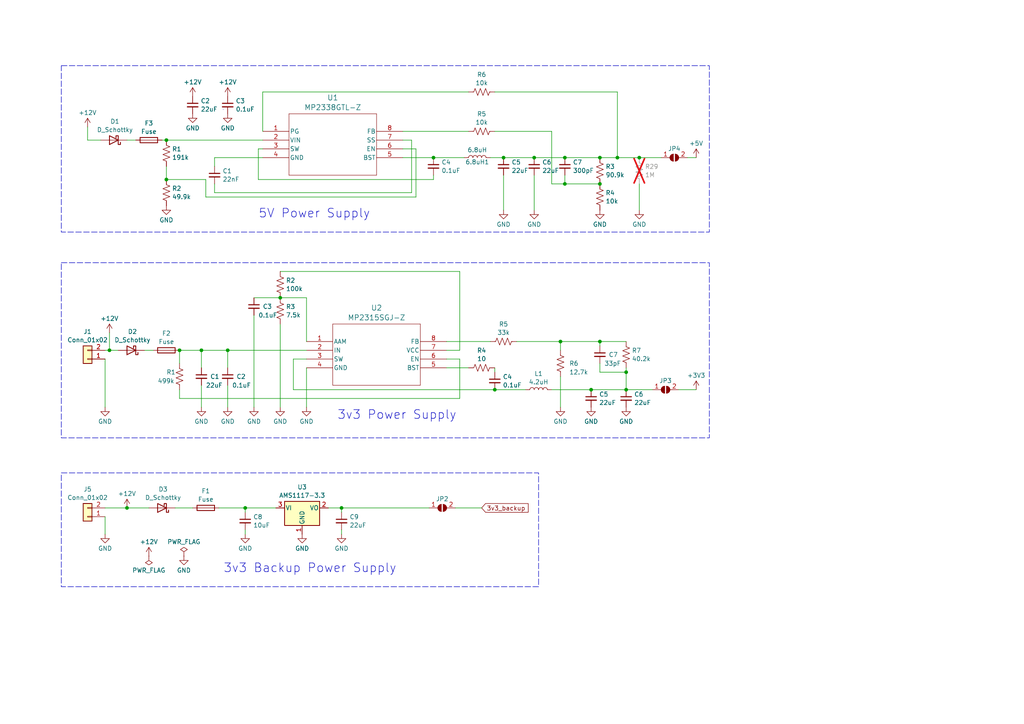
<source format=kicad_sch>
(kicad_sch (version 20230121) (generator eeschema)
  (paper "A4")
  (title_block (title "Brain Power Subcircuits") (date "2025-02-26") (rev "v1.0") (company "Designed By: Omkar Kulkarni"))
  (lib_symbols
    (symbol "Connector_Generic:Conn_01x02" (pin_names (offset 1.016) hide)
      (property "Reference" "J" (at 0 2.54 0))
      (property "Value" "Conn_01x02" (at 0 -5.08 0))
      (symbol "Conn_01x02_1_1"
        (rectangle (start -1.27 -2.413) (end 0 -2.667) (stroke (width 0.1524)))
        (rectangle (start -1.27 0.127) (end 0 -0.127) (stroke (width 0.1524)))
        (rectangle (start -1.27 1.27) (end 1.27 -3.81) (stroke (width 0.254)) (fill (type background)))
        (pin passive line (at -5.08 0 0) (length 3.81) (name "Pin_1") (number "1"))
        (pin passive line (at -5.08 -2.54 0) (length 3.81) (name "Pin_2") (number "2"))
      )
    )
    (symbol "Device:C_Small" (pin_numbers hide) (pin_names (offset 0.254) hide)
      (property "Reference" "C" (at 0.254 1.778 0))
      (property "Value" "C_Small" (at 0.254 -2.032 0))
      (symbol "C_Small_0_1"
        (polyline (pts (xy -1.524 -0.508) (xy 1.524 -0.508)) (stroke (width 0.3302)))
        (polyline (pts (xy -1.524 0.508) (xy 1.524 0.508)) (stroke (width 0.3048)))
      )
      (symbol "C_Small_1_1"
        (pin passive line (at 0 2.54 270) (length 2.032) (name "~") (number "1"))
        (pin passive line (at 0 -2.54 90) (length 2.032) (name "~") (number "2"))
      )
    )
    (symbol "Device:L" (pin_numbers hide) (pin_names (offset 1.016) hide)
      (property "Reference" "L" (at -1.27 0 90))
      (property "Value" "L" (at 1.905 0 90))
      (symbol "L_0_1"
        (arc (start 0 -2.54) (mid 0.6323 -1.905) (end 0 -1.27))
        (arc (start 0 -1.27) (mid 0.6323 -0.635) (end 0 0))
        (arc (start 0 0) (mid 0.6323 0.635) (end 0 1.27))
        (arc (start 0 1.27) (mid 0.6323 1.905) (end 0 2.54))
      )
      (symbol "L_1_1"
        (pin passive line (at 0 3.81 270) (length 1.27) (name "1") (number "1"))
        (pin passive line (at 0 -3.81 90) (length 1.27) (name "2") (number "2"))
      )
    )
    (symbol "Device:R_US" (pin_numbers hide) (pin_names (offset 0))
      (property "Reference" "R" (at 2.54 0 90))
      (property "Value" "R_US" (at -2.54 0 90))
      (symbol "R_US_0_1"
        (polyline (pts (xy 0 -2.286) (xy 0 -2.54)))
        (polyline (pts (xy 0 2.286) (xy 0 2.54)))
        (polyline (pts (xy 0 -0.762) (xy 1.016 -1.143) (xy 0 -1.524) (xy -1.016 -1.905) (xy 0 -2.286)))
        (polyline (pts (xy 0 0.762) (xy 1.016 0.381) (xy 0 0) (xy -1.016 -0.381) (xy 0 -0.762)))
        (polyline (pts (xy 0 2.286) (xy 1.016 1.905) (xy 0 1.524) (xy -1.016 1.143) (xy 0 0.762)))
      )
      (symbol "R_US_1_1"
        (pin passive line (at 0 3.81 270) (length 1.27) (name "~") (number "1"))
        (pin passive line (at 0 -3.81 90) (length 1.27) (name "~") (number "2"))
      )
    )
    (symbol "Jumper:SolderJumper_2_Open" (pin_names (offset 0) hide)
      (property "Reference" "JP" (at 0 2.032 0))
      (property "Value" "SolderJumper_2_Open" (at 0 -2.54 0))
      (symbol "SolderJumper_2_Open_0_1"
        (arc (start -0.254 1.016) (mid -1.2656 0) (end -0.254 -1.016))
        (arc (start -0.254 1.016) (mid -1.2656 0) (end -0.254 -1.016) (fill (type outline)))
        (polyline (pts (xy -0.254 1.016) (xy -0.254 -1.016)))
        (polyline (pts (xy 0.254 1.016) (xy 0.254 -1.016)))
        (arc (start 0.254 -1.016) (mid 1.2656 0) (end 0.254 1.016))
        (arc (start 0.254 -1.016) (mid 1.2656 0) (end 0.254 1.016) (fill (type outline)))
      )
      (symbol "SolderJumper_2_Open_1_1"
        (pin passive line (at -3.81 0 0) (length 2.54) (name "A") (number "1"))
        (pin passive line (at 3.81 0 180) (length 2.54) (name "B") (number "2"))
      )
    )
    (symbol "MP2315SGJ-Z:MP2315SGJ-Z" (pin_names (offset 0.254))
      (property "Reference" "U" (at 20.32 10.16 0))
      (property "Value" "MP2315SGJ-Z" (at 20.32 7.62 0))
      (symbol "MP2315SGJ-Z_0_1"
        (polyline (pts (xy 7.62 -12.7) (xy 33.02 -12.7)) (stroke (width 0.127)))
        (polyline (pts (xy 7.62 5.08) (xy 7.62 -12.7)) (stroke (width 0.127)))
        (polyline (pts (xy 33.02 -12.7) (xy 33.02 5.08)) (stroke (width 0.127)))
        (polyline (pts (xy 33.02 5.08) (xy 7.62 5.08)) (stroke (width 0.127)))
        (pin power_in line (at 0 -2.54 0) (length 7.62) (name "IN") (number "2"))
        (pin output line (at 0 -5.08 0) (length 7.62) (name "SW") (number "3"))
        (pin power_in line (at 0 -7.62 0) (length 7.62) (name "GND") (number "4"))
        (pin power_in line (at 40.64 -7.62 180) (length 7.62) (name "BST") (number "5"))
        (pin power_in line (at 40.64 -2.54 180) (length 7.62) (name "VCC") (number "7"))
      )
      (symbol "MP2315SGJ-Z_1_1"
        (pin input line (at 0 0 0) (length 7.62) (name "AAM") (number "1"))
        (pin output line (at 40.64 -5.08 180) (length 7.62) (name "EN") (number "6"))
        (pin input line (at 40.64 0 180) (length 7.62) (name "FB") (number "8"))
      )
    )
    (symbol "MP2338GTL-Z:MP2338GTL-Z" (pin_names (offset 0.254))
      (property "Reference" "U" (at 20.32 10.16 0))
      (property "Value" "MP2338GTL-Z" (at 20.32 7.62 0))
      (symbol "MP2338GTL-Z_0_1"
        (polyline (pts (xy 7.62 -12.7) (xy 33.02 -12.7)) (stroke (width 0.127)))
        (polyline (pts (xy 7.62 5.08) (xy 7.62 -12.7)) (stroke (width 0.127)))
        (polyline (pts (xy 33.02 -12.7) (xy 33.02 5.08)) (stroke (width 0.127)))
        (polyline (pts (xy 33.02 5.08) (xy 7.62 5.08)) (stroke (width 0.127)))
        (pin output line (at 0 0 0) (length 7.62) (name "PG") (number "1"))
        (pin power_in line (at 0 -2.54 0) (length 7.62) (name "VIN") (number "2"))
        (pin output line (at 0 -5.08 0) (length 7.62) (name "SW") (number "3"))
        (pin power_in line (at 0 -7.62 0) (length 7.62) (name "GND") (number "4"))
        (pin power_in line (at 40.64 -7.62 180) (length 7.62) (name "BST") (number "5"))
        (pin input line (at 40.64 -5.08 180) (length 7.62) (name "EN") (number "6"))
        (pin output line (at 40.64 0 180) (length 7.62) (name "FB") (number "8"))
      )
      (symbol "MP2338GTL-Z_1_1"
        (pin input line (at 40.64 -2.54 180) (length 7.62) (name "SS") (number "7"))
      )
    )
    (symbol "Regulator_Linear:AMS1117-3.3" (pin_names (offset 0.254))
      (property "Reference" "U" (at -3.81 3.175 0))
      (property "Value" "AMS1117-3.3" (at 0 3.175 0))
      (symbol "AMS1117-3.3_0_1"
        (rectangle (start -5.08 -5.08) (end 5.08 1.905) (stroke (width 0.254)) (fill (type background)))
      )
      (symbol "AMS1117-3.3_1_1"
        (pin power_in line (at 0 -7.62 90) (length 2.54) (name "GND") (number "1"))
        (pin power_out line (at 7.62 0 180) (length 2.54) (name "VO") (number "2"))
        (pin power_in line (at -7.62 0 0) (length 2.54) (name "VI") (number "3"))
      )
    )
    (symbol "device:C_Small" (pin_numbers hide) (pin_names (offset 0.254) hide)
      (property "Reference" "C" (at 0.254 1.778 0))
      (property "Value" "C_Small" (at 0.254 -2.032 0))
      (symbol "C_Small_0_1"
        (polyline (pts (xy -1.524 -0.508) (xy 1.524 -0.508)) (stroke (width 0.3302)))
        (polyline (pts (xy -1.524 0.508) (xy 1.524 0.508)) (stroke (width 0.3048)))
      )
      (symbol "C_Small_1_1"
        (pin passive line (at 0 2.54 270) (length 2.032) (name "~") (number "1"))
        (pin passive line (at 0 -2.54 90) (length 2.032) (name "~") (number "2"))
      )
    )
    (symbol "device:D_Schottky" (pin_numbers hide) (pin_names (offset 1.016) hide)
      (property "Reference" "D" (at 0 2.54 0))
      (property "Value" "D_Schottky" (at 0 -2.54 0))
      (symbol "D_Schottky_0_1"
        (polyline (pts (xy 1.27 0) (xy -1.27 0)))
        (polyline (pts (xy 1.27 1.27) (xy 1.27 -1.27) (xy -1.27 0) (xy 1.27 1.27)) (stroke (width 0.254)))
        (polyline (pts (xy -1.905 0.635) (xy -1.905 1.27) (xy -1.27 1.27) (xy -1.27 -1.27) (xy -0.635 -1.27) (xy -0.635 -0.635)) (stroke (width 0.254)))
      )
      (symbol "D_Schottky_1_1"
        (pin passive line (at -3.81 0 0) (length 2.54) (name "K") (number "1"))
        (pin passive line (at 3.81 0 180) (length 2.54) (name "A") (number "2"))
      )
    )
    (symbol "device:Fuse" (pin_numbers hide) (pin_names (offset 0))
      (property "Reference" "F" (at 2.032 0 90))
      (property "Value" "Fuse" (at -1.905 0 90))
      (symbol "Fuse_0_1"
        (rectangle (start -0.762 -2.54) (end 0.762 2.54) (stroke (width 0.254)))
        (polyline (pts (xy 0 2.54) (xy 0 -2.54)))
      )
      (symbol "Fuse_1_1"
        (pin passive line (at 0 3.81 270) (length 1.27) (name "~") (number "1"))
        (pin passive line (at 0 -3.81 90) (length 1.27) (name "~") (number "2"))
      )
    )
    (symbol "device:L" (pin_numbers hide) (pin_names (offset 1.016) hide)
      (property "Reference" "L" (at -1.27 0 90))
      (property "Value" "L" (at 1.905 0 90))
      (symbol "L_0_1"
        (arc (start 0 -2.54) (mid 0.6323 -1.905) (end 0 -1.27))
        (arc (start 0 -1.27) (mid 0.6323 -0.635) (end 0 0))
        (arc (start 0 0) (mid 0.6323 0.635) (end 0 1.27))
        (arc (start 0 1.27) (mid 0.6323 1.905) (end 0 2.54))
      )
      (symbol "L_1_1"
        (pin passive line (at 0 3.81 270) (length 1.27) (name "1") (number "1"))
        (pin passive line (at 0 -3.81 90) (length 1.27) (name "2") (number "2"))
      )
    )
    (symbol "device:R_US" (pin_numbers hide) (pin_names (offset 0))
      (property "Reference" "R" (at 2.54 0 90))
      (property "Value" "R_US" (at -2.54 0 90))
      (symbol "R_US_0_1"
        (polyline (pts (xy 0 -2.286) (xy 0 -2.54)))
        (polyline (pts (xy 0 2.286) (xy 0 2.54)))
        (polyline (pts (xy 0 -0.762) (xy 1.016 -1.143) (xy 0 -1.524) (xy -1.016 -1.905) (xy 0 -2.286)))
        (polyline (pts (xy 0 0.762) (xy 1.016 0.381) (xy 0 0) (xy -1.016 -0.381) (xy 0 -0.762)))
        (polyline (pts (xy 0 2.286) (xy 1.016 1.905) (xy 0 1.524) (xy -1.016 1.143) (xy 0 0.762)))
      )
      (symbol "R_US_1_1"
        (pin passive line (at 0 3.81 270) (length 1.27) (name "~") (number "1"))
        (pin passive line (at 0 -3.81 90) (length 1.27) (name "~") (number "2"))
      )
    )
    (symbol "power:+12V" (power) (pin_names (offset 0))
      (property "Value" "+12V" (at 0 3.556 0))
      (symbol "+12V_0_1"
        (polyline (pts (xy -0.762 1.27) (xy 0 2.54)))
        (polyline (pts (xy 0 0) (xy 0 2.54)))
        (polyline (pts (xy 0 2.54) (xy 0.762 1.27)))
      )
      (symbol "+12V_1_1"
        (pin power_in line (at 0 0 90) (length 0) hide (name "+12V") (number "1"))
      )
    )
    (symbol "power:+3V3" (power) (pin_names (offset 0))
      (property "Value" "+3V3" (at 0 3.556 0))
      (symbol "+3V3_0_1"
        (polyline (pts (xy -0.762 1.27) (xy 0 2.54)))
        (polyline (pts (xy 0 0) (xy 0 2.54)))
        (polyline (pts (xy 0 2.54) (xy 0.762 1.27)))
      )
      (symbol "+3V3_1_1"
        (pin power_in line (at 0 0 90) (length 0) hide (name "+3V3") (number "1"))
      )
    )
    (symbol "power:+5V" (power) (pin_names (offset 0))
      (property "Value" "+5V" (at 0 3.556 0))
      (symbol "+5V_0_1"
        (polyline (pts (xy -0.762 1.27) (xy 0 2.54)))
        (polyline (pts (xy 0 0) (xy 0 2.54)))
        (polyline (pts (xy 0 2.54) (xy 0.762 1.27)))
      )
      (symbol "+5V_1_1"
        (pin power_in line (at 0 0 90) (length 0) hide (name "+5V") (number "1"))
      )
    )
    (symbol "power:GND" (power) (pin_names (offset 0))
      (property "Value" "GND" (at 0 -3.81 0))
      (symbol "GND_0_1"
        (polyline (pts (xy 0 0) (xy 0 -1.27) (xy 1.27 -1.27) (xy 0 -2.54) (xy -1.27 -1.27) (xy 0 -1.27)))
      )
      (symbol "GND_1_1"
        (pin power_in line (at 0 0 270) (length 0) hide (name "GND") (number "1"))
      )
    )
    (symbol "power:PWR_FLAG" (power) (pin_numbers hide) (pin_names (offset 0) hide)
      (property "Value" "PWR_FLAG" (at 0 3.81 0))
      (symbol "PWR_FLAG_0_0"
        (pin power_out line (at 0 0 90) (length 0) (name "pwr") (number "1"))
      )
      (symbol "PWR_FLAG_0_1"
        (polyline (pts (xy 0 0) (xy 0 1.27) (xy -1.016 1.905) (xy 0 2.54) (xy 1.016 1.905) (xy 0 1.27)))
      )
    )
  )
  (junction (at 173.99 45.72))
  (junction (at 154.94 45.72))
  (junction (at 99.06 147.32))
  (junction (at 81.28 86.36))
  (junction (at 71.12 147.32))
  (junction (at 66.04 101.6))
  (junction (at 181.61 107.95))
  (junction (at 125.73 45.72))
  (junction (at 163.83 53.34))
  (junction (at 36.83 147.32))
  (junction (at 173.99 99.06))
  (junction (at 162.56 99.06))
  (junction (at 173.99 53.34))
  (junction (at 31.75 101.6))
  (junction (at 52.07 101.6))
  (junction (at 185.42 45.72))
  (junction (at 163.83 45.72))
  (junction (at 179.07 45.72))
  (junction (at 181.61 113.03))
  (junction (at 48.26 40.64))
  (junction (at 48.26 52.07))
  (junction (at 143.51 113.03))
  (junction (at 146.05 45.72))
  (junction (at 171.45 113.03))
  (junction (at 58.42 101.6))
  (wire (pts (xy 30.48 104.14) (xy 30.48 118.11)))
  (wire (pts (xy 143.51 113.03) (xy 152.4 113.03)))
  (wire (pts (xy 181.61 106.68) (xy 181.61 107.95)))
  (wire (pts (xy 88.9 99.06) (xy 88.9 86.36)))
  (wire (pts (xy 88.9 104.14) (xy 85.09 104.14)))
  (wire (pts (xy 143.51 106.68) (xy 143.51 107.95)))
  (wire (pts (xy 25.4 36.83) (xy 25.4 40.64)))
  (wire (pts (xy 58.42 106.68) (xy 58.42 101.6)))
  (wire (pts (xy 173.99 100.33) (xy 173.99 99.06)))
  (wire (pts (xy 154.94 50.8) (xy 154.94 60.96)))
  (wire (pts (xy 66.04 106.68) (xy 66.04 101.6)))
  (wire (pts (xy 185.42 53.34) (xy 185.42 60.96)))
  (wire (pts (xy 30.48 101.6) (xy 31.75 101.6)))
  (wire (pts (xy 48.26 40.64) (xy 76.2 40.64)))
  (wire (pts (xy 179.07 26.67) (xy 179.07 45.72)))
  (wire (pts (xy 129.54 106.68) (xy 135.89 106.68)))
  (wire (pts (xy 50.8 147.32) (xy 55.88 147.32)))
  (wire (pts (xy 142.24 45.72) (xy 146.05 45.72)))
  (wire (pts (xy 129.54 101.6) (xy 133.35 101.6)))
  (wire (pts (xy 162.56 99.06) (xy 173.99 99.06)))
  (wire (pts (xy 41.91 101.6) (xy 44.45 101.6)))
  (wire (pts (xy 59.69 57.15) (xy 120.65 57.15)))
  (wire (pts (xy 52.07 101.6) (xy 58.42 101.6)))
  (wire (pts (xy 181.61 107.95) (xy 181.61 113.03)))
  (wire (pts (xy 73.66 91.44) (xy 73.66 118.11)))
  (wire (pts (xy 125.73 45.72) (xy 134.62 45.72)))
  (wire (pts (xy 66.04 101.6) (xy 88.9 101.6)))
  (wire (pts (xy 185.42 45.72) (xy 191.77 45.72)))
  (wire (pts (xy 95.25 147.32) (xy 99.06 147.32)))
  (wire (pts (xy 133.35 104.14) (xy 129.54 104.14)))
  (wire (pts (xy 62.23 45.72) (xy 76.2 45.72)))
  (wire (pts (xy 181.61 113.03) (xy 189.23 113.03)))
  (wire (pts (xy 31.75 96.52) (xy 31.75 101.6)))
  (wire (pts (xy 163.83 53.34) (xy 173.99 53.34)))
  (wire (pts (xy 173.99 45.72) (xy 179.07 45.72)))
  (wire (pts (xy 179.07 45.72) (xy 185.42 45.72)))
  (wire (pts (xy 133.35 101.6) (xy 133.35 78.74)))
  (wire (pts (xy 171.45 113.03) (xy 181.61 113.03)))
  (wire (pts (xy 59.69 52.07) (xy 59.69 57.15)))
  (wire (pts (xy 120.65 57.15) (xy 120.65 43.18)))
  (wire (pts (xy 36.83 40.64) (xy 39.37 40.64)))
  (wire (pts (xy 58.42 111.76) (xy 58.42 118.11)))
  (wire (pts (xy 52.07 113.03) (xy 52.07 115.57)))
  (wire (pts (xy 119.38 55.88) (xy 119.38 40.64)))
  (wire (pts (xy 196.85 113.03) (xy 201.93 113.03)))
  (wire (pts (xy 88.9 86.36) (xy 81.28 86.36)))
  (wire (pts (xy 173.99 99.06) (xy 181.61 99.06)))
  (wire (pts (xy 76.2 26.67) (xy 135.89 26.67)))
  (wire (pts (xy 154.94 45.72) (xy 163.83 45.72)))
  (wire (pts (xy 163.83 50.8) (xy 163.83 53.34)))
  (wire (pts (xy 173.99 105.41) (xy 173.99 107.95)))
  (wire (pts (xy 116.84 38.1) (xy 135.89 38.1)))
  (wire (pts (xy 52.07 115.57) (xy 133.35 115.57)))
  (wire (pts (xy 160.02 113.03) (xy 171.45 113.03)))
  (wire (pts (xy 120.65 43.18) (xy 116.84 43.18)))
  (wire (pts (xy 119.38 40.64) (xy 116.84 40.64)))
  (wire (pts (xy 66.04 111.76) (xy 66.04 118.11)))
  (wire (pts (xy 143.51 38.1) (xy 160.02 38.1)))
  (wire (pts (xy 48.26 48.26) (xy 48.26 52.07)))
  (wire (pts (xy 132.08 147.32) (xy 139.7 147.32)))
  (wire (pts (xy 62.23 53.34) (xy 62.23 55.88)))
  (wire (pts (xy 71.12 147.32) (xy 80.01 147.32)))
  (wire (pts (xy 71.12 153.67) (xy 71.12 154.94)))
  (wire (pts (xy 160.02 53.34) (xy 163.83 53.34)))
  (wire (pts (xy 81.28 93.98) (xy 81.28 118.11)))
  (wire (pts (xy 73.66 86.36) (xy 81.28 86.36)))
  (wire (pts (xy 173.99 107.95) (xy 181.61 107.95)))
  (wire (pts (xy 25.4 40.64) (xy 29.21 40.64)))
  (wire (pts (xy 146.05 45.72) (xy 154.94 45.72)))
  (wire (pts (xy 149.86 99.06) (xy 162.56 99.06)))
  (wire (pts (xy 30.48 149.86) (xy 30.48 154.94)))
  (wire (pts (xy 199.39 45.72) (xy 201.93 45.72)))
  (wire (pts (xy 163.83 45.72) (xy 173.99 45.72)))
  (wire (pts (xy 88.9 106.68) (xy 88.9 118.11)))
  (wire (pts (xy 74.93 52.07) (xy 125.73 52.07)))
  (wire (pts (xy 30.48 147.32) (xy 36.83 147.32)))
  (wire (pts (xy 85.09 104.14) (xy 85.09 113.03)))
  (wire (pts (xy 36.83 147.32) (xy 43.18 147.32)))
  (wire (pts (xy 160.02 38.1) (xy 160.02 53.34)))
  (wire (pts (xy 146.05 50.8) (xy 146.05 60.96)))
  (wire (pts (xy 74.93 52.07) (xy 74.93 43.18)))
  (wire (pts (xy 133.35 115.57) (xy 133.35 104.14)))
  (wire (pts (xy 125.73 50.8) (xy 125.73 52.07)))
  (wire (pts (xy 48.26 52.07) (xy 59.69 52.07)))
  (wire (pts (xy 125.73 45.72) (xy 116.84 45.72)))
  (wire (pts (xy 31.75 101.6) (xy 34.29 101.6)))
  (wire (pts (xy 52.07 105.41) (xy 52.07 101.6)))
  (wire (pts (xy 143.51 26.67) (xy 179.07 26.67)))
  (wire (pts (xy 81.28 78.74) (xy 133.35 78.74)))
  (wire (pts (xy 74.93 43.18) (xy 76.2 43.18)))
  (wire (pts (xy 63.5 147.32) (xy 71.12 147.32)))
  (wire (pts (xy 129.54 99.06) (xy 142.24 99.06)))
  (wire (pts (xy 162.56 109.22) (xy 162.56 118.11)))
  (wire (pts (xy 62.23 55.88) (xy 119.38 55.88)))
  (wire (pts (xy 99.06 153.67) (xy 99.06 154.94)))
  (wire (pts (xy 58.42 101.6) (xy 66.04 101.6)))
  (wire (pts (xy 162.56 101.6) (xy 162.56 99.06)))
  (wire (pts (xy 85.09 113.03) (xy 143.51 113.03)))
  (wire (pts (xy 99.06 147.32) (xy 124.46 147.32)))
  (wire (pts (xy 76.2 38.1) (xy 76.2 26.67)))
  (wire (pts (xy 46.99 40.64) (xy 48.26 40.64)))
  (wire (pts (xy 62.23 48.26) (xy 62.23 45.72)))
  (wire (pts (xy 99.06 148.59) (xy 99.06 147.32)))
  (wire (pts (xy 71.12 148.59) (xy 71.12 147.32)))
  (rectangle (start 17.78 76.2) (end 205.74 127) (stroke (width 0) (type dash)))
  (rectangle (start 64.77 31.75) (end 64.77 31.75))
  (rectangle (start 17.78 19.05) (end 205.74 67.31) (stroke (width 0) (type dash)))
  (rectangle (start 17.78 137.16) (end 156.21 170.18) (stroke (width 0) (type dash)))
  (text "3v3 Power Supply\n" (at 97.79 121.92 0) (effects (font (size 2.54 2.54)) (justify left bottom)))
  (text "5V Power Supply\n" (at 74.93 63.5 0) (effects (font (size 2.54 2.54)) (justify left bottom)))
  (text "3v3 Backup Power Supply\n" (at 64.77 166.37 0) (effects (font (size 2.54 2.54)) (justify left bottom)))
  (global_label "3v3_backup" (shape input) (at 139.7 147.32 0) (property "Intersheetrefs" "${INTERSHEET_REFS}" (effects hide)))
  (symbol (lib_id "device:C_Small") (at 181.61 115.57 0) (unit 1)
    (property "Reference" "C6" (at 183.9341 114.3642 0) (effects (justify left)))
    (property "Value" "22uF" (at 183.9341 116.7884 0) (effects (justify left)))
    (instances (project "brain_v1.0" (path "" (reference "C6") (unit 1)) (path "" (reference "C18") (unit 1))))
  )
  (symbol (lib_id "Jumper:SolderJumper_2_Open") (at 195.58 45.72 0) (unit 1)
    (property "Reference" "JP4" (at 195.58 43.1109 0))
    (property "Value" "SolderJumper_2_Open" (effects hide))
  )
  (symbol (lib_id "Device:R_US") (at 48.26 44.45 0) (unit 1)
    (property "Reference" "R1" (at 49.911 43.2379 0) (effects (justify left)))
    (property "Value" "191k" (at 49.911 45.6621 0) (effects (justify left)))
    (instances (project "brain_v1.0" (path "" (reference "R1") (unit 1)) (path "" (reference "R23") (unit 1))))
  )
  (symbol (lib_id "device:Fuse") (at 59.69 147.32 270) (unit 1)
    (property "Reference" "F1" (at 59.69 142.4137 90))
    (property "Value" "Fuse" (at 59.69 144.8379 90))
  )
  (symbol (lib_id "power:GND") (at 55.88 33.02 0) (unit 1)
    (property "Reference" "#PWR01" (effects hide))
    (property "Value" "GND" (at 55.88 37.1531 0))
    (instances (project "brain_v1.0" (path "" (reference "#PWR01") (unit 1)) (path "" (reference "#PWR039") (unit 1))))
  )
  (symbol (lib_id "Regulator_Linear:AMS1117-3.3") (at 87.63 147.32 0) (unit 1)
    (property "Reference" "U3" (at 87.63 141.2707 0))
    (property "Value" "AMS1117-3.3" (at 87.63 143.6949 0))
    (property "Footprint" "Package_TO_SOT_SMD:SOT-223-3_TabPin2" (effects hide))
    (property "Datasheet" "http://www.advanced-monolithic.com/pdf/ds1117.pdf" (effects hide))
    (instances (project "brain_v1.0" (path "" (reference "U3") (unit 1)) (path "" (reference "U4") (unit 1))))
  )
  (symbol (lib_id "Device:R_US") (at 173.99 49.53 0) (unit 1)
    (property "Reference" "R3" (at 175.641 48.3179 0) (effects (justify left)))
    (property "Value" "90.9k" (at 175.641 50.7421 0) (effects (justify left)))
    (instances (project "brain_v1.0" (path "" (reference "R3") (unit 1)) (path "" (reference "R27") (unit 1))))
  )
  (symbol (lib_id "power:+12V") (at 31.75 96.52 0) (unit 1)
    (property "Reference" "#PWR03" (effects hide))
    (property "Value" "+12V" (at 31.75 92.3869 0))
    (instances (project "brain_v1.0" (path "" (reference "#PWR03") (unit 1)) (path "" (reference "#PWR025") (unit 1))))
  )
  (symbol (lib_id "Device:R_US") (at 139.7 38.1 90) (unit 1)
    (property "Reference" "R5" (at 139.7 33.0667 90))
    (property "Value" "10k" (at 139.7 35.4909 90))
    (instances (project "brain_v1.0" (path "" (reference "R5") (unit 1)) (path "" (reference "R26") (unit 1))))
  )
  (symbol (lib_id "Jumper:SolderJumper_2_Open") (at 128.27 147.32 0) (unit 1)
    (property "Reference" "JP2" (at 128.27 144.7109 0))
    (property "Value" "SolderJumper_2_Open" (effects hide))
  )
  (symbol (lib_id "power:GND") (at 48.26 59.69 0) (unit 1)
    (property "Reference" "#PWR04" (effects hide))
    (property "Value" "GND" (at 48.26 63.8231 0))
    (instances (project "brain_v1.0" (path "" (reference "#PWR04") (unit 1)) (path "" (reference "#PWR038") (unit 1))))
  )
  (symbol (lib_id "power:GND") (at 66.04 118.11 0) (unit 1)
    (property "Reference" "#PWR05" (effects hide))
    (property "Value" "GND" (at 66.04 122.2431 0))
    (instances (project "brain_v1.0" (path "" (reference "#PWR05") (unit 1)) (path "" (reference "#PWR028") (unit 1))))
  )
  (symbol (lib_id "device:D_Schottky") (at 46.99 147.32 180) (unit 1)
    (property "Reference" "D3" (at 47.3075 141.9057 0))
    (property "Value" "D_Schottky" (at 47.3075 144.3299 0))
  )
  (symbol (lib_id "device:Fuse") (at 43.18 40.64 270) (unit 1)
    (property "Reference" "F3" (at 43.18 35.7337 90))
    (property "Value" "Fuse" (at 43.18 38.1579 90))
  )
  (symbol (lib_id "Connector_Generic:Conn_01x02") (at 25.4 104.14 180) (unit 1)
    (property "Reference" "J1" (at 25.4 96.1857 0))
    (property "Value" "Conn_01x02" (at 25.4 98.6099 0))
    (instances (project "brain_v1.0" (path "" (reference "J1") (unit 1)) (path "" (reference "J7") (unit 1))))
  )
  (symbol (lib_id "Connector_Generic:Conn_01x02") (at 25.4 149.86 180) (unit 1)
    (property "Reference" "J5" (at 25.4 141.9057 0))
    (property "Value" "Conn_01x02" (at 25.4 144.3299 0))
    (instances (project "brain_v1.0" (path "" (reference "J5") (unit 1)) (path "" (reference "J8") (unit 1))))
  )
  (symbol (lib_id "power:GND") (at 181.61 118.11 0) (unit 1)
    (property "Reference" "#PWR011" (effects hide))
    (property "Value" "GND" (at 181.61 122.2431 0))
    (instances (project "brain_v1.0" (path "" (reference "#PWR011") (unit 1)) (path "" (reference "#PWR036") (unit 1))))
  )
  (symbol (lib_id "power:GND") (at 154.94 60.96 0) (unit 1)
    (property "Reference" "#PWR07" (effects hide))
    (property "Value" "GND" (at 154.94 65.0931 0))
    (instances (project "brain_v1.0" (path "" (reference "#PWR07") (unit 1)) (path "" (reference "#PWR042") (unit 1))))
  )
  (symbol (lib_id "MP2315SGJ-Z:MP2315SGJ-Z") (at 88.9 99.06 0) (unit 1)
    (property "Reference" "U2" (at 109.22 89.2863 0) (effects (font (size 1.524 1.524))))
    (property "Value" "MP2315SGJ-Z" (at 109.22 92.1191 0) (effects (font (size 1.524 1.524))))
    (property "Footprint" "TSOT23-8_MP2315S_MNP" (effects hide))
    (property "Datasheet" "MP2315SGJ-Z" (effects hide))
    (instances (project "brain_v1.0" (path "" (reference "U2") (unit 1)) (path "" (reference "U5") (unit 1))))
  )
  (symbol (lib_id "power:GND") (at 71.12 154.94 0) (unit 1)
    (property "Reference" "#PWR014" (effects hide))
    (property "Value" "GND" (at 71.12 159.0731 0))
    (instances (project "brain_v1.0" (path "" (reference "#PWR014") (unit 1)) (path "" (reference "#PWR027") (unit 1))))
  )
  (symbol (lib_id "Device:R_US") (at 185.42 49.53 0) (unit 1) (dnp yes)
    (property "Reference" "R29" (at 187.071 48.3179 0) (effects (justify left)))
    (property "Value" "1M" (at 187.071 50.7421 0) (effects (justify left)))
  )
  (symbol (lib_id "device:R_US") (at 181.61 102.87 180) (unit 1)
    (property "Reference" "R7" (at 183.261 101.6579 0) (effects (justify right)))
    (property "Value" "40.2k" (at 183.261 104.0821 0) (effects (justify right)))
    (instances (project "brain_v1.0" (path "" (reference "R7") (unit 1)) (path "" (reference "R22") (unit 1))))
  )
  (symbol (lib_id "power:GND") (at 53.34 161.29 0) (unit 1)
    (property "Reference" "#PWR047" (effects hide))
    (property "Value" "GND" (at 53.34 165.4231 0))
  )
  (symbol (lib_id "device:R_US") (at 81.28 82.55 0) (unit 1)
    (property "Reference" "R2" (at 82.931 81.3379 0) (effects (justify left)))
    (property "Value" "100k" (at 82.931 83.7621 0) (effects (justify left)))
    (instances (project "brain_v1.0" (path "" (reference "R2") (unit 1)) (path "" (reference "R17") (unit 1))))
  )
  (symbol (lib_id "Device:C_Small") (at 154.94 48.26 0) (unit 1)
    (property "Reference" "C6" (at 157.2641 47.0542 0) (effects (justify left)))
    (property "Value" "22uF" (at 157.2641 49.4784 0) (effects (justify left)))
    (instances (project "brain_v1.0" (path "" (reference "C6") (unit 1)) (path "" (reference "C24") (unit 1))))
  )
  (symbol (lib_id "device:R_US") (at 81.28 90.17 0) (unit 1)
    (property "Reference" "R3" (at 82.931 88.9579 0) (effects (justify left)))
    (property "Value" "7.5k" (at 82.931 91.3821 0) (effects (justify left)))
    (instances (project "brain_v1.0" (path "" (reference "R3") (unit 1)) (path "" (reference "R18") (unit 1))))
  )
  (symbol (lib_id "power:GND") (at 185.42 60.96 0) (unit 1)
    (property "Reference" "#PWR09" (effects hide))
    (property "Value" "GND" (at 185.42 65.0931 0))
    (instances (project "brain_v1.0" (path "" (reference "#PWR09") (unit 1)) (path "" (reference "#PWR044") (unit 1))))
  )
  (symbol (lib_id "power:PWR_FLAG") (at 53.34 161.29 0) (unit 1)
    (property "Reference" "#FLG05" (effects hide))
    (property "Value" "PWR_FLAG" (at 53.34 157.1569 0))
  )
  (symbol (lib_id "device:R_US") (at 162.56 105.41 0) (unit 1)
    (property "Reference" "R6" (at 165.1 105.41 0) (effects (justify left)))
    (property "Value" "12.7k" (at 165.1 107.95 0) (effects (justify left)))
    (instances (project "brain_v1.0" (path "" (reference "R6") (unit 1)) (path "" (reference "R21") (unit 1))))
  )
  (symbol (lib_id "Device:C_Small") (at 62.23 50.8 0) (unit 1)
    (property "Reference" "C1" (at 64.5541 49.5942 0) (effects (justify left)))
    (property "Value" "22nF" (at 64.5541 52.0184 0) (effects (justify left)))
    (instances (project "brain_v1.0" (path "" (reference "C1") (unit 1)) (path "" (reference "C21") (unit 1))))
  )
  (symbol (lib_id "device:D_Schottky") (at 33.02 40.64 180) (unit 1)
    (property "Reference" "D1" (at 33.3375 35.2257 0))
    (property "Value" "D_Schottky" (at 33.3375 37.6499 0))
  )
  (symbol (lib_id "device:C_Small") (at 71.12 151.13 0) (unit 1)
    (property "Reference" "C8" (at 73.4441 149.9242 0) (effects (justify left)))
    (property "Value" "10uF" (at 73.4441 152.3484 0) (effects (justify left)))
    (instances (project "brain_v1.0" (path "" (reference "C8") (unit 1)) (path "" (reference "C11") (unit 1))))
  )
  (symbol (lib_id "device:D_Schottky") (at 38.1 101.6 180) (unit 1)
    (property "Reference" "D2" (at 38.4175 96.1857 0))
    (property "Value" "D_Schottky" (at 38.4175 98.6099 0))
  )
  (symbol (lib_id "power:GND") (at 66.04 33.02 0) (unit 1)
    (property "Reference" "#PWR02" (effects hide))
    (property "Value" "GND" (at 66.04 37.1531 0))
    (instances (project "brain_v1.0" (path "" (reference "#PWR02") (unit 1)) (path "" (reference "#PWR040") (unit 1))))
  )
  (symbol (lib_id "device:C_Small") (at 99.06 151.13 0) (unit 1)
    (property "Reference" "C9" (at 101.3841 149.9242 0) (effects (justify left)))
    (property "Value" "22uF" (at 101.3841 152.3484 0) (effects (justify left)))
    (instances (project "brain_v1.0" (path "" (reference "C9") (unit 1)) (path "" (reference "C14") (unit 1))))
  )
  (symbol (lib_id "power:GND") (at 171.45 118.11 0) (unit 1)
    (property "Reference" "#PWR010" (effects hide))
    (property "Value" "GND" (at 171.45 122.2431 0))
    (instances (project "brain_v1.0" (path "" (reference "#PWR010") (unit 1)) (path "" (reference "#PWR035") (unit 1))))
  )
  (symbol (lib_id "power:+5V") (at 201.93 45.72 0) (unit 1)
    (property "Reference" "#PWR05" (effects hide))
    (property "Value" "+5V" (at 201.93 41.5869 0))
  )
  (symbol (lib_id "device:C_Small") (at 173.99 102.87 0) (unit 1)
    (property "Reference" "C7" (at 176.53 102.87 0) (effects (justify left)))
    (property "Value" "33pF" (at 175.26 105.41 0) (effects (justify left)))
    (instances (project "brain_v1.0" (path "" (reference "C7") (unit 1)) (path "" (reference "C17") (unit 1))))
  )
  (symbol (lib_id "Device:R_US") (at 48.26 55.88 0) (unit 1)
    (property "Reference" "R2" (at 49.911 54.6679 0) (effects (justify left)))
    (property "Value" "49.9k" (at 49.911 57.0921 0) (effects (justify left)))
    (instances (project "brain_v1.0" (path "" (reference "R2") (unit 1)) (path "" (reference "R24") (unit 1))))
  )
  (symbol (lib_id "device:C_Small") (at 73.66 88.9 0) (unit 1)
    (property "Reference" "C3" (at 76.2 88.9 0) (effects (justify left)))
    (property "Value" "0.1uF" (at 74.93 91.44 0) (effects (justify left)))
    (instances (project "brain_v1.0" (path "" (reference "C3") (unit 1)) (path "" (reference "C13") (unit 1))))
  )
  (symbol (lib_id "power:+12V") (at 25.4 36.83 0) (unit 1)
    (property "Reference" "#PWR03" (effects hide))
    (property "Value" "+12V" (at 25.4 32.6969 0))
    (instances (project "brain_v1.0" (path "" (reference "#PWR03") (unit 1)) (path "" (reference "#PWR037") (unit 1))))
  )
  (symbol (lib_id "power:+12V") (at 55.88 27.94 0) (unit 1)
    (property "Reference" "#PWR06" (effects hide))
    (property "Value" "+12V" (at 55.88 23.8069 0))
  )
  (symbol (lib_id "Device:C_Small") (at 55.88 30.48 0) (unit 1)
    (property "Reference" "C2" (at 58.2041 29.2742 0) (effects (justify left)))
    (property "Value" "22uF" (at 58.2041 31.6984 0) (effects (justify left)))
    (instances (project "brain_v1.0" (path "" (reference "C2") (unit 1)) (path "" (reference "C19") (unit 1))))
  )
  (symbol (lib_id "device:R_US") (at 146.05 99.06 90) (unit 1)
    (property "Reference" "R5" (at 146.05 94.0267 90))
    (property "Value" "33k" (at 146.05 96.4509 90))
    (instances (project "brain_v1.0" (path "" (reference "R5") (unit 1)) (path "" (reference "R20") (unit 1))))
  )
  (symbol (lib_id "device:L") (at 138.43 45.72 90) (unit 1)
    (property "Reference" "6.8uH1" (at 138.43 46.99 90))
    (property "Value" "6.8uH" (at 138.43 43.4946 90))
    (instances (project "brain_v1.0" (path "" (reference "6.8uH1") (unit 1)) (path "" (reference "L1") (unit 1))))
  )
  (symbol (lib_id "power:GND") (at 146.05 60.96 0) (unit 1)
    (property "Reference" "#PWR08" (effects hide))
    (property "Value" "GND" (at 146.05 65.0931 0))
    (instances (project "brain_v1.0" (path "" (reference "#PWR08") (unit 1)) (path "" (reference "#PWR041") (unit 1))))
  )
  (symbol (lib_id "power:GND") (at 81.28 118.11 0) (unit 1)
    (property "Reference" "#PWR07" (effects hide))
    (property "Value" "GND" (at 81.28 122.2431 0))
    (instances (project "brain_v1.0" (path "" (reference "#PWR07") (unit 1)) (path "" (reference "#PWR031") (unit 1))))
  )
  (symbol (lib_id "Device:L") (at 156.21 113.03 90) (unit 1)
    (property "Reference" "L1" (at 156.21 108.3804 90))
    (property "Value" "4.2uH" (at 156.21 110.8046 90))
    (instances (project "brain_v1.0" (path "" (reference "L1") (unit 1)) (path "" (reference "L2") (unit 1))))
  )
  (symbol (lib_id "device:R_US") (at 139.7 106.68 90) (unit 1)
    (property "Reference" "R4" (at 139.7 101.6467 90))
    (property "Value" "10" (at 139.7 104.0709 90))
    (instances (project "brain_v1.0" (path "" (reference "R4") (unit 1)) (path "" (reference "R19") (unit 1))))
  )
  (symbol (lib_id "device:C_Small") (at 171.45 115.57 0) (unit 1)
    (property "Reference" "C5" (at 173.7741 114.3642 0) (effects (justify left)))
    (property "Value" "22uF" (at 173.7741 116.7884 0) (effects (justify left)))
    (instances (project "brain_v1.0" (path "" (reference "C5") (unit 1)) (path "" (reference "C16") (unit 1))))
  )
  (symbol (lib_id "Device:C_Small") (at 146.05 48.26 0) (unit 1)
    (property "Reference" "C5" (at 148.3741 47.0542 0) (effects (justify left)))
    (property "Value" "22uF" (at 148.3741 49.4784 0) (effects (justify left)))
    (instances (project "brain_v1.0" (path "" (reference "C5") (unit 1)) (path "" (reference "C23") (unit 1))))
  )
  (symbol (lib_id "power:+12V") (at 66.04 27.94 0) (unit 1)
    (property "Reference" "#PWR07" (effects hide))
    (property "Value" "+12V" (at 66.04 23.8069 0))
  )
  (symbol (lib_id "MP2338GTL-Z:MP2338GTL-Z") (at 76.2 38.1 0) (unit 1)
    (property "Reference" "U1" (at 96.52 28.3263 0) (effects (font (size 1.524 1.524))))
    (property "Value" "MP2338GTL-Z" (at 96.52 31.1591 0) (effects (font (size 1.524 1.524))))
    (property "Footprint" "SOT583_MP2338_MNP" (effects hide))
    (property "Datasheet" "MP2338GTL-Z" (effects hide))
    (instances (project "brain_v1.0" (path "" (reference "U1") (unit 1)) (path "" (reference "U6") (unit 1))))
  )
  (symbol (lib_id "power:+12V") (at 36.83 147.32 0) (unit 1)
    (property "Reference" "#PWR03" (effects hide))
    (property "Value" "+12V" (at 36.83 143.1869 0))
  )
  (symbol (lib_id "power:GND") (at 73.66 118.11 0) (unit 1)
    (property "Reference" "#PWR08" (effects hide))
    (property "Value" "GND" (at 73.66 122.2431 0))
    (instances (project "brain_v1.0" (path "" (reference "#PWR08") (unit 1)) (path "" (reference "#PWR029") (unit 1))))
  )
  (symbol (lib_id "power:+12V") (at 43.18 161.29 0) (unit 1)
    (property "Reference" "#PWR046" (effects hide))
    (property "Value" "+12V" (at 43.18 157.1569 0))
  )
  (symbol (lib_id "device:Fuse") (at 48.26 101.6 270) (unit 1)
    (property "Reference" "F2" (at 48.26 96.6937 90))
    (property "Value" "Fuse" (at 48.26 99.1179 90))
  )
  (symbol (lib_id "power:GND") (at 30.48 154.94 0) (unit 1)
    (property "Reference" "#PWR016" (effects hide))
    (property "Value" "GND" (at 30.48 159.0731 0))
    (instances (project "brain_v1.0" (path "" (reference "#PWR016") (unit 1)) (path "" (reference "#PWR02") (unit 1))))
  )
  (symbol (lib_id "power:GND") (at 88.9 118.11 0) (unit 1)
    (property "Reference" "#PWR04" (effects hide))
    (property "Value" "GND" (at 88.9 122.2431 0))
    (instances (project "brain_v1.0" (path "" (reference "#PWR04") (unit 1)) (path "" (reference "#PWR032") (unit 1))))
  )
  (symbol (lib_id "Device:C_Small") (at 163.83 48.26 0) (unit 1)
    (property "Reference" "C7" (at 166.1541 47.0542 0) (effects (justify left)))
    (property "Value" "300pF" (at 166.1541 49.4784 0) (effects (justify left)))
    (instances (project "brain_v1.0" (path "" (reference "C7") (unit 1)) (path "" (reference "C25") (unit 1))))
  )
  (symbol (lib_id "power:GND") (at 99.06 154.94 0) (unit 1)
    (property "Reference" "#PWR015" (effects hide))
    (property "Value" "GND" (at 99.06 159.0731 0))
    (instances (project "brain_v1.0" (path "" (reference "#PWR015") (unit 1)) (path "" (reference "#PWR033") (unit 1))))
  )
  (symbol (lib_id "Device:C_Small") (at 66.04 30.48 0) (unit 1)
    (property "Reference" "C3" (at 68.3641 29.2742 0) (effects (justify left)))
    (property "Value" "0.1uF" (at 68.3641 31.6984 0) (effects (justify left)))
    (instances (project "brain_v1.0" (path "" (reference "C3") (unit 1)) (path "" (reference "C20") (unit 1))))
  )
  (symbol (lib_id "power:+3V3") (at 201.93 113.03 0) (unit 1)
    (property "Reference" "#PWR04" (effects hide))
    (property "Value" "+3V3" (at 201.93 108.8969 0))
  )
  (symbol (lib_id "power:GND") (at 30.48 118.11 0) (unit 1)
    (property "Reference" "#PWR09" (effects hide))
    (property "Value" "GND" (at 30.48 122.2431 0))
    (instances (project "brain_v1.0" (path "" (reference "#PWR09") (unit 1)) (path "" (reference "#PWR01") (unit 1))))
  )
  (symbol (lib_id "device:C_Small") (at 143.51 110.49 0) (unit 1)
    (property "Reference" "C4" (at 145.8341 109.2842 0) (effects (justify left)))
    (property "Value" "0.1uF" (at 145.8341 111.7084 0) (effects (justify left)))
    (instances (project "brain_v1.0" (path "" (reference "C4") (unit 1)) (path "" (reference "C15") (unit 1))))
  )
  (symbol (lib_id "device:R_US") (at 52.07 109.22 0) (unit 1)
    (property "Reference" "R1" (at 48.26 107.95 0) (effects (justify left)))
    (property "Value" "499k" (at 45.72 110.49 0) (effects (justify left)))
    (instances (project "brain_v1.0" (path "" (reference "R1") (unit 1)) (path "" (reference "R16") (unit 1))))
  )
  (symbol (lib_id "power:GND") (at 87.63 154.94 0) (unit 1)
    (property "Reference" "#PWR013" (effects hide))
    (property "Value" "GND" (at 87.63 159.0731 0))
    (instances (project "brain_v1.0" (path "" (reference "#PWR013") (unit 1)) (path "" (reference "#PWR030") (unit 1))))
  )
  (symbol (lib_id "Device:R_US") (at 139.7 26.67 90) (unit 1)
    (property "Reference" "R6" (at 139.7 21.6367 90))
    (property "Value" "10k" (at 139.7 24.0609 90))
    (instances (project "brain_v1.0" (path "" (reference "R6") (unit 1)) (path "" (reference "R25") (unit 1))))
  )
  (symbol (lib_id "device:C_Small") (at 66.04 109.22 0) (unit 1)
    (property "Reference" "C2" (at 68.58 109.22 0) (effects (justify left)))
    (property "Value" "0.1uF" (at 67.31 111.76 0) (effects (justify left)))
    (instances (project "brain_v1.0" (path "" (reference "C2") (unit 1)) (path "" (reference "C12") (unit 1))))
  )
  (symbol (lib_id "Jumper:SolderJumper_2_Open") (at 193.04 113.03 0) (unit 1)
    (property "Reference" "JP3" (at 193.04 110.4209 0))
    (property "Value" "SolderJumper_2_Open" (effects hide))
  )
  (symbol (lib_id "power:GND") (at 173.99 60.96 0) (unit 1)
    (property "Reference" "#PWR06" (effects hide))
    (property "Value" "GND" (at 173.99 65.0931 0))
    (instances (project "brain_v1.0" (path "" (reference "#PWR06") (unit 1)) (path "" (reference "#PWR043") (unit 1))))
  )
  (symbol (lib_id "power:PWR_FLAG") (at 43.18 161.29 180) (unit 1)
    (property "Reference" "#FLG04" (effects hide))
    (property "Value" "PWR_FLAG" (at 43.18 165.4231 0))
  )
  (symbol (lib_id "Device:R_US") (at 173.99 57.15 0) (unit 1)
    (property "Reference" "R4" (at 175.641 55.9379 0) (effects (justify left)))
    (property "Value" "10k" (at 175.641 58.3621 0) (effects (justify left)))
    (instances (project "brain_v1.0" (path "" (reference "R4") (unit 1)) (path "" (reference "R28") (unit 1))))
  )
  (symbol (lib_id "power:GND") (at 162.56 118.11 0) (unit 1)
    (property "Reference" "#PWR012" (effects hide))
    (property "Value" "GND" (at 162.56 122.2431 0))
    (instances (project "brain_v1.0" (path "" (reference "#PWR012") (unit 1)) (path "" (reference "#PWR034") (unit 1))))
  )
  (symbol (lib_id "power:GND") (at 58.42 118.11 0) (unit 1)
    (property "Reference" "#PWR06" (effects hide))
    (property "Value" "GND" (at 58.42 122.2431 0))
    (instances (project "brain_v1.0" (path "" (reference "#PWR06") (unit 1)) (path "" (reference "#PWR026") (unit 1))))
  )
  (symbol (lib_id "Device:C_Small") (at 125.73 48.26 0) (unit 1)
    (property "Reference" "C4" (at 128.0541 47.0542 0) (effects (justify left)))
    (property "Value" "0.1uF" (at 128.0541 49.4784 0) (effects (justify left)))
    (instances (project "brain_v1.0" (path "" (reference "C4") (unit 1)) (path "" (reference "C22") (unit 1))))
  )
  (symbol (lib_id "device:C_Small") (at 58.42 109.22 0) (unit 1)
    (property "Reference" "C1" (at 60.96 109.22 0) (effects (justify left)))
    (property "Value" "22uF" (at 59.69 111.76 0) (effects (justify left)))
    (instances (project "brain_v1.0" (path "" (reference "C1") (unit 1)) (path "" (reference "C10") (unit 1))))
  )
)
</source>
